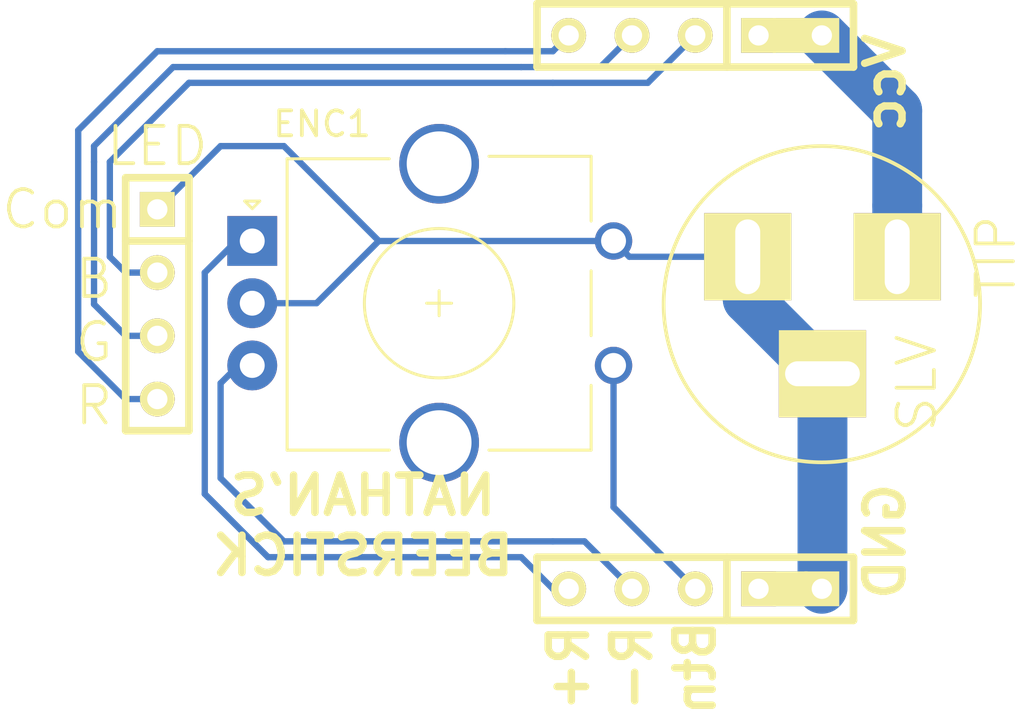
<source format=kicad_pcb>
(kicad_pcb (version 3) (host pcbnew "(22-Jun-2014 BZR 4027)-stable")

  (general
    (links 0)
    (no_connects 0)
    (area 170.688 100.838 208.44764 125.66)
    (thickness 1.6)
    (drawings 6)
    (tracks 58)
    (zones 0)
    (modules 5)
    (nets 1)
  )

  (page A3)
  (layers
    (15 F.Cu signal)
    (0 B.Cu signal)
    (16 B.Adhes user)
    (17 F.Adhes user)
    (18 B.Paste user)
    (19 F.Paste user)
    (20 B.SilkS user)
    (21 F.SilkS user)
    (22 B.Mask user)
    (23 F.Mask user)
    (24 Dwgs.User user)
    (25 Cmts.User user)
    (26 Eco1.User user)
    (27 Eco2.User user)
    (28 Edge.Cuts user)
  )

  (setup
    (last_trace_width 2)
    (user_trace_width 2)
    (trace_clearance 0.254)
    (zone_clearance 0.508)
    (zone_45_only no)
    (trace_min 0.254)
    (segment_width 0.2)
    (edge_width 0.15)
    (via_size 0.889)
    (via_drill 0.635)
    (via_min_size 0.889)
    (via_min_drill 0.508)
    (uvia_size 0.508)
    (uvia_drill 0.127)
    (uvias_allowed no)
    (uvia_min_size 0.508)
    (uvia_min_drill 0.127)
    (pcb_text_width 0.3)
    (pcb_text_size 1.5 1.5)
    (mod_edge_width 0.15)
    (mod_text_size 1.5 1.5)
    (mod_text_width 0.15)
    (pad_size 1.397 1.397)
    (pad_drill 0.45)
    (pad_to_mask_clearance 0.2)
    (aux_axis_origin 0 0)
    (visible_elements FFFFFFBF)
    (pcbplotparams
      (layerselection 3178497)
      (usegerberextensions true)
      (excludeedgelayer true)
      (linewidth 0.100000)
      (plotframeref false)
      (viasonmask false)
      (mode 1)
      (useauxorigin false)
      (hpglpennumber 1)
      (hpglpenspeed 20)
      (hpglpendiameter 15)
      (hpglpenoverlay 2)
      (psnegative false)
      (psa4output false)
      (plotreference true)
      (plotvalue true)
      (plotothertext true)
      (plotinvisibletext false)
      (padsonsilk false)
      (subtractmaskfromsilk false)
      (outputformat 1)
      (mirror false)
      (drillshape 1)
      (scaleselection 1)
      (outputdirectory ""))
  )

  (net 0 "")

  (net_class Default "This is the default net class."
    (clearance 0.254)
    (trace_width 0.254)
    (via_dia 0.889)
    (via_drill 0.635)
    (uvia_dia 0.508)
    (uvia_drill 0.127)
    (add_net "")
  )

  (module RotaryEncoder_Alps_EC11E_Vertical_H20mm_CircularMountingHoles (layer F.Cu) (tedit 5BF0AB17) (tstamp 5BF3645E)
    (at 177.8 109.22)
    (descr "Alps rotary encoder, EC12E... without switch (pins are dummy), vertical shaft, mounting holes with circular drills, http://www.alps.com/prod/info/E/HTML/Encoder/Incremental/EC11/EC11E15204A3.html")
    (tags "rotary encoder")
    (fp_text reference ENC1 (at 2.8 -4.7) (layer F.SilkS)
      (effects (font (size 1 1) (thickness 0.15)))
    )
    (fp_text value "" (at 0 0) (layer F.SilkS)
      (effects (font (size 1.524 1.524) (thickness 0.15)))
    )
    (fp_line (start 7 2.5) (end 8 2.5) (layer F.SilkS) (width 0.12))
    (fp_line (start 7.5 2) (end 7.5 3) (layer F.SilkS) (width 0.12))
    (fp_line (start 13.6 5.8) (end 13.6 8.4) (layer F.SilkS) (width 0.12))
    (fp_line (start 13.6 1.2) (end 13.6 3.8) (layer F.SilkS) (width 0.12))
    (fp_line (start 13.6 -3.4) (end 13.6 -0.8) (layer F.SilkS) (width 0.12))
    (fp_line (start 0.3 -1.6) (end 0 -1.3) (layer F.SilkS) (width 0.12))
    (fp_line (start -0.3 -1.6) (end 0.3 -1.6) (layer F.SilkS) (width 0.12))
    (fp_line (start 0 -1.3) (end -0.3 -1.6) (layer F.SilkS) (width 0.12))
    (fp_line (start 1.4 -3.3) (end 1.4 8.4) (layer F.SilkS) (width 0.12))
    (fp_line (start 5.5 -3.3) (end 1.4 -3.3) (layer F.SilkS) (width 0.12))
    (fp_line (start 5.5 8.4) (end 1.4 8.4) (layer F.SilkS) (width 0.12))
    (fp_line (start 13.6 8.4) (end 9.5 8.4) (layer F.SilkS) (width 0.12))
    (fp_line (start 9.5 -3.4) (end 13.6 -3.4) (layer F.SilkS) (width 0.12))
    (fp_circle (center 7.5 2.5) (end 10.5 2.5) (layer F.SilkS) (width 0.12))
    (pad "" thru_hole circle (at 14.5 5) (size 1.5 1.5) (drill 1)
      (layers *.Cu *.Mask)
    )
    (pad "" thru_hole circle (at 14.5 0) (size 1.5 1.5) (drill 1)
      (layers *.Cu *.Mask)
    )
    (pad MP thru_hole circle (at 7.5 8.1) (size 3.2 3.2) (drill 2.6)
      (layers *.Cu *.Mask)
    )
    (pad MP thru_hole circle (at 7.5 -3.1) (size 3.2 3.2) (drill 2.6)
      (layers *.Cu *.Mask)
    )
    (pad B thru_hole circle (at 0 5) (size 2 2) (drill 1)
      (layers *.Cu *.Mask)
    )
    (pad C thru_hole circle (at 0 2.5) (size 2 2) (drill 1)
      (layers *.Cu *.Mask)
    )
    (pad A thru_hole rect (at 0 0) (size 2 2) (drill 1)
      (layers *.Cu *.Mask)
    )
    (model ${KISYS3DMOD}/Rotary_Encoder.3dshapes/RotaryEncoder_Alps_EC11E_Vertical_H20mm_CircularMountingHoles.wrl
      (at (xyz 0 0 0))
      (scale (xyz 1 1 1))
      (rotate (xyz 0 0 0))
    )
  )

  (module BARREL_JACK_VERT (layer F.Cu) (tedit 5BF0A964) (tstamp 5BF4770C)
    (at 197.485 109.855)
    (descr "DC Barrel Jack")
    (tags "Power Jack")
    (path PWR-Jack)
    (fp_text reference "" (at 10.09904 0 90) (layer F.SilkS)
      (effects (font (size 1.016 1.016) (thickness 0.2032)))
    )
    (fp_text value BARREL_JACK (at 3.175 -5.08) (layer F.SilkS) hide
      (effects (font (size 1.016 1.016) (thickness 0.2032)))
    )
    (fp_text user TIP (at 10.16 0 90) (layer F.SilkS)
      (effects (font (size 1.5 1.5) (thickness 0.15)))
    )
    (fp_text user SLV (at 6.985 5.08 90) (layer F.SilkS)
      (effects (font (size 1.5 1.5) (thickness 0.15)))
    )
    (fp_circle (center 3.175 1.905) (end 8.255 5.715) (layer F.SilkS) (width 0.15))
    (pad 1 thru_hole rect (at 6.20014 0) (size 3.50012 3.50012) (drill oval 1.00076 2.99974)
      (layers *.Cu *.Mask F.SilkS)
    )
    (pad 2 thru_hole rect (at 0.20066 0) (size 3.50012 3.50012) (drill oval 1.00076 2.99974)
      (layers *.Cu *.Mask F.SilkS)
    )
    (pad 3 thru_hole rect (at 3.2004 4.699) (size 3.50012 3.50012) (drill oval 2.99974 1.00076)
      (layers *.Cu *.Mask F.SilkS)
    )
  )

  (module RGB_COMMON_LEAD_LED (layer F.Cu) (tedit 5BF0AC2F) (tstamp 5BF49C0B)
    (at 173.99 111.76 270)
    (descr "Connecteur 4 pibs")
    (tags "CONN DEV")
    (fp_text reference "" (at 0 -2.54 270) (layer F.SilkS)
      (effects (font (size 1.73482 1.08712) (thickness 0.27178)))
    )
    (fp_text value Val** (at 0 -2.54 270) (layer F.SilkS) hide
      (effects (font (size 1.524 1.016) (thickness 0.3048)))
    )
    (fp_text user Com (at -3.81 3.81 360) (layer F.SilkS)
      (effects (font (size 1.5 1.5) (thickness 0.15)))
    )
    (fp_text user B (at -1.016 2.54 360) (layer F.SilkS)
      (effects (font (size 1.5 1.5) (thickness 0.15)))
    )
    (fp_text user G (at 1.524 2.54 360) (layer F.SilkS)
      (effects (font (size 1.5 1.5) (thickness 0.15)))
    )
    (fp_text user R (at 4.064 2.54 360) (layer F.SilkS)
      (effects (font (size 1.5 1.5) (thickness 0.15)))
    )
    (fp_text user LED (at -6.35 0 360) (layer F.SilkS)
      (effects (font (size 1.5 1.5) (thickness 0.15)))
    )
    (fp_line (start -5.08 -1.27) (end -5.08 -1.27) (layer F.SilkS) (width 0.3048))
    (fp_line (start -5.08 1.27) (end -5.08 -1.27) (layer F.SilkS) (width 0.3048))
    (fp_line (start -5.08 -1.27) (end -5.08 -1.27) (layer F.SilkS) (width 0.3048))
    (fp_line (start -5.08 -1.27) (end 5.08 -1.27) (layer F.SilkS) (width 0.3048))
    (fp_line (start 5.08 -1.27) (end 5.08 1.27) (layer F.SilkS) (width 0.3048))
    (fp_line (start 5.08 1.27) (end -5.08 1.27) (layer F.SilkS) (width 0.3048))
    (fp_line (start -2.54 1.27) (end -2.54 -1.27) (layer F.SilkS) (width 0.3048))
    (pad 1 thru_hole rect (at -3.81 0 270) (size 1.397 1.397) (drill 0.8128)
      (layers *.Cu *.Mask F.SilkS)
    )
    (pad 2 thru_hole circle (at -1.27 0 270) (size 1.397 1.397) (drill 0.8128)
      (layers *.Cu *.Mask F.SilkS)
    )
    (pad 3 thru_hole circle (at 1.27 0 270) (size 1.397 1.397) (drill 0.8128)
      (layers *.Cu *.Mask F.SilkS)
    )
    (pad 4 thru_hole circle (at 3.81 0 270) (size 1.397 1.397) (drill 0.8128)
      (layers *.Cu *.Mask F.SilkS)
    )
  )

  (module SIL-5_3+2 (layer F.Cu) (tedit 5BF0B095) (tstamp 5BF4EF3A)
    (at 194.31 123.19 180)
    (descr "Connecteur 5 pins")
    (tags "CONN DEV")
    (fp_text reference "" (at -0.635 -2.54 180) (layer F.SilkS)
      (effects (font (size 1.72974 1.08712) (thickness 0.27178)))
    )
    (fp_text value Val** (at 0 -2.54 180) (layer F.SilkS) hide
      (effects (font (size 1.524 1.016) (thickness 0.3048)))
    )
    (fp_line (start -7.62 1.27) (end -7.62 -1.27) (layer F.SilkS) (width 0.3048))
    (fp_line (start -7.62 -1.27) (end 5.08 -1.27) (layer F.SilkS) (width 0.3048))
    (fp_line (start 5.08 -1.27) (end 5.08 1.27) (layer F.SilkS) (width 0.3048))
    (fp_line (start 5.08 1.27) (end -7.62 1.27) (layer F.SilkS) (width 0.3048))
    (fp_line (start -2.54 1.27) (end -2.54 -1.27) (layer F.SilkS) (width 0.3048))
    (pad 1 thru_hole rect (at -6.35 0 180) (size 1.397 1.397) (drill 0.8128)
      (layers *.Cu *.Mask F.SilkS)
    )
    (pad 2 thru_hole rect (at -3.81 0 180) (size 1.397 1.397) (drill 0.8128)
      (layers *.Cu *.Mask F.SilkS)
    )
    (pad 3 thru_hole circle (at -1.27 0 180) (size 1.397 1.397) (drill 0.8128)
      (layers *.Cu *.Mask F.SilkS)
    )
    (pad 4 thru_hole circle (at 1.27 0 180) (size 1.397 1.397) (drill 0.8128)
      (layers *.Cu *.Mask F.SilkS)
    )
    (pad 5 thru_hole circle (at 3.81 0 180) (size 1.397 1.397) (drill 0.8128)
      (layers *.Cu *.Mask F.SilkS)
    )
    (pad 3 smd rect (at -5.08 0 180) (size 1.397 1.397)
      (layers *.Mask B.Cu F.SilkS)
    )
  )

  (module SIL-5_3+2 (layer F.Cu) (tedit 5BF0B095) (tstamp 5BF4EF58)
    (at 194.31 100.965 180)
    (descr "Connecteur 5 pins")
    (tags "CONN DEV")
    (fp_text reference "" (at -0.635 -2.54 180) (layer F.SilkS)
      (effects (font (size 1.72974 1.08712) (thickness 0.27178)))
    )
    (fp_text value Val** (at 0 -2.54 180) (layer F.SilkS) hide
      (effects (font (size 1.524 1.016) (thickness 0.3048)))
    )
    (fp_line (start -7.62 1.27) (end -7.62 -1.27) (layer F.SilkS) (width 0.3048))
    (fp_line (start -7.62 -1.27) (end 5.08 -1.27) (layer F.SilkS) (width 0.3048))
    (fp_line (start 5.08 -1.27) (end 5.08 1.27) (layer F.SilkS) (width 0.3048))
    (fp_line (start 5.08 1.27) (end -7.62 1.27) (layer F.SilkS) (width 0.3048))
    (fp_line (start -2.54 1.27) (end -2.54 -1.27) (layer F.SilkS) (width 0.3048))
    (pad 1 thru_hole rect (at -6.35 0 180) (size 1.397 1.397) (drill 0.8128)
      (layers *.Cu *.Mask F.SilkS)
    )
    (pad 2 thru_hole rect (at -3.81 0 180) (size 1.397 1.397) (drill 0.8128)
      (layers *.Cu *.Mask F.SilkS)
    )
    (pad 3 thru_hole circle (at -1.27 0 180) (size 1.397 1.397) (drill 0.8128)
      (layers *.Cu *.Mask F.SilkS)
    )
    (pad 4 thru_hole circle (at 1.27 0 180) (size 1.397 1.397) (drill 0.8128)
      (layers *.Cu *.Mask F.SilkS)
    )
    (pad 5 thru_hole circle (at 3.81 0 180) (size 1.397 1.397) (drill 0.8128)
      (layers *.Cu *.Mask F.SilkS)
    )
    (pad 3 smd rect (at -5.08 0 180) (size 1.397 1.397)
      (layers *.Mask B.Cu F.SilkS)
    )
  )

  (gr_text "NATHAN'S\nBEERSTICK" (at 182.245 120.65) (layer F.SilkS)
    (effects (font (size 1.5 1.5) (thickness 0.3)) (justify mirror))
  )
  (gr_text Btn (at 195.58 126.365 90) (layer F.SilkS)
    (effects (font (size 1.5 1.5) (thickness 0.3)) (justify mirror))
  )
  (gr_text R- (at 193.04 126.365 90) (layer F.SilkS)
    (effects (font (size 1.5 1.5) (thickness 0.3)) (justify mirror))
  )
  (gr_text R+ (at 190.5 126.365 90) (layer F.SilkS)
    (effects (font (size 1.5 1.5) (thickness 0.3)) (justify mirror))
  )
  (gr_text Vcc (at 203.2 102.87 90) (layer F.SilkS)
    (effects (font (size 1.5 1.5) (thickness 0.3)) (justify mirror))
  )
  (gr_text GND (at 203.2 121.285 90) (layer F.SilkS)
    (effects (font (size 1.5 1.5) (thickness 0.3)) (justify mirror))
  )

  (segment (start 203.68514 107.80014) (end 203.68514 103.99014) (width 2) (layer B.Cu) (net 0))
  (segment (start 203.68514 109.855) (end 203.68514 107.80014) (width 2) (layer B.Cu) (net 0))
  (segment (start 203.68514 103.99014) (end 200.66 100.965) (width 2) (layer B.Cu) (net 0) (tstamp 5C343127))
  (segment (start 189.865 102.87) (end 193.675 102.87) (width 0.254) (layer B.Cu) (net 0))
  (segment (start 172.72 110.49) (end 172.085 109.855) (width 0.254) (layer B.Cu) (net 0) (tstamp 5BF4F036))
  (segment (start 172.085 109.855) (end 172.085 106.045) (width 0.254) (layer B.Cu) (net 0) (tstamp 5BF4F037))
  (segment (start 172.085 106.045) (end 175.26 102.87) (width 0.254) (layer B.Cu) (net 0) (tstamp 5BF4F038))
  (segment (start 175.26 102.87) (end 189.865 102.87) (width 0.254) (layer B.Cu) (net 0) (tstamp 5BF4F039))
  (segment (start 173.99 110.49) (end 172.72 110.49) (width 0.254) (layer B.Cu) (net 0))
  (segment (start 193.675 102.87) (end 195.58 100.965) (width 0.254) (layer B.Cu) (net 0) (tstamp 5C343122))
  (segment (start 188.595 102.235) (end 191.77 102.235) (width 0.254) (layer B.Cu) (net 0))
  (segment (start 172.72 113.03) (end 171.45 111.76) (width 0.254) (layer B.Cu) (net 0) (tstamp 5BF4F03C))
  (segment (start 171.45 111.76) (end 171.45 106.045) (width 0.254) (layer B.Cu) (net 0) (tstamp 5BF4F03D))
  (segment (start 171.45 106.045) (end 171.45 105.41) (width 0.254) (layer B.Cu) (net 0) (tstamp 5BF4F03E))
  (segment (start 171.45 105.41) (end 174.625 102.235) (width 0.254) (layer B.Cu) (net 0) (tstamp 5BF4F03F))
  (segment (start 174.625 102.235) (end 188.595 102.235) (width 0.254) (layer B.Cu) (net 0) (tstamp 5BF4F040))
  (segment (start 173.99 113.03) (end 172.72 113.03) (width 0.254) (layer B.Cu) (net 0))
  (segment (start 191.77 102.235) (end 193.04 100.965) (width 0.254) (layer B.Cu) (net 0) (tstamp 5C34311E))
  (segment (start 190.5 100.965) (end 189.865 101.6) (width 0.254) (layer B.Cu) (net 0))
  (segment (start 172.72 115.57) (end 170.815 113.665) (width 0.254) (layer B.Cu) (net 0) (tstamp 5BF4F046))
  (segment (start 170.815 113.665) (end 170.815 104.775) (width 0.254) (layer B.Cu) (net 0) (tstamp 5BF4F047))
  (segment (start 170.815 104.775) (end 173.99 101.6) (width 0.254) (layer B.Cu) (net 0) (tstamp 5BF4F048))
  (segment (start 173.99 101.6) (end 187.96 101.6) (width 0.254) (layer B.Cu) (net 0) (tstamp 5BF4F049))
  (segment (start 172.72 115.57) (end 173.99 115.57) (width 0.254) (layer B.Cu) (net 0))
  (segment (start 189.865 101.6) (end 187.96 101.6) (width 0.254) (layer B.Cu) (net 0) (tstamp 5C34311B))
  (segment (start 200.6854 114.554) (end 200.6854 123.1646) (width 2) (layer B.Cu) (net 0))
  (segment (start 200.6854 123.1646) (end 200.66 123.19) (width 2) (layer B.Cu) (net 0) (tstamp 5C343109))
  (segment (start 192.3 114.22) (end 192.3 119.91) (width 0.254) (layer B.Cu) (net 0))
  (segment (start 192.3 119.91) (end 195.58 123.19) (width 0.254) (layer B.Cu) (net 0) (tstamp 5C343103))
  (segment (start 193.04 123.19) (end 191.135 121.285) (width 0.254) (layer B.Cu) (net 0))
  (segment (start 187.96 121.285) (end 189.865 121.285) (width 0.254) (layer B.Cu) (net 0) (tstamp 5BF4EFDD))
  (segment (start 179.705 121.285) (end 187.96 121.285) (width 0.254) (layer B.Cu) (net 0) (tstamp 5BF4EFDC))
  (segment (start 179.07 121.285) (end 179.705 121.285) (width 0.254) (layer B.Cu) (net 0) (tstamp 5BF4EFDB))
  (segment (start 179.07 121.285) (end 177.165 119.38) (width 0.254) (layer B.Cu) (net 0) (tstamp 5BF4EFE7))
  (segment (start 191.135 121.285) (end 189.865 121.285) (width 0.254) (layer B.Cu) (net 0) (tstamp 5C3430FB))
  (segment (start 190.5 123.19) (end 189.865 123.19) (width 0.254) (layer B.Cu) (net 0))
  (segment (start 178.435 121.92) (end 188.595 121.92) (width 0.254) (layer B.Cu) (net 0) (tstamp 5BF4F09B))
  (segment (start 177.165 109.22) (end 177.8 109.22) (width 0.254) (layer B.Cu) (net 0))
  (segment (start 175.895 110.49) (end 175.895 119.38) (width 0.254) (layer B.Cu) (net 0) (tstamp 5BF4EFC2))
  (segment (start 177.165 109.22) (end 175.895 110.49) (width 0.254) (layer B.Cu) (net 0) (tstamp 5BF4EFC1))
  (segment (start 175.895 119.38) (end 178.435 121.92) (width 0.254) (layer B.Cu) (net 0))
  (segment (start 189.865 123.19) (end 188.595 121.92) (width 0.254) (layer B.Cu) (net 0) (tstamp 5C3430F8))
  (segment (start 197.68566 109.855) (end 192.935 109.855) (width 0.254) (layer B.Cu) (net 0))
  (segment (start 192.935 109.855) (end 192.3 109.22) (width 0.254) (layer B.Cu) (net 0) (tstamp 5BFA0B39))
  (segment (start 192.3 109.22) (end 182.88 109.22) (width 0.254) (layer B.Cu) (net 0) (tstamp 5BFA0B3B))
  (segment (start 177.8 111.72) (end 180.38 111.72) (width 0.254) (layer B.Cu) (net 0))
  (segment (start 180.38 111.72) (end 182.88 109.22) (width 0.254) (layer B.Cu) (net 0) (tstamp 5BFA0B13))
  (segment (start 173.99 107.95) (end 176.53 105.41) (width 0.254) (layer B.Cu) (net 0))
  (segment (start 197.05066 109.22) (end 197.68566 109.855) (width 0.254) (layer B.Cu) (net 0) (tstamp 5BFA0B0E))
  (segment (start 179.07 105.41) (end 182.88 109.22) (width 0.254) (layer B.Cu) (net 0) (tstamp 5BFA0B05))
  (segment (start 176.53 105.41) (end 179.07 105.41) (width 0.254) (layer B.Cu) (net 0) (tstamp 5BFA0B03))
  (segment (start 197.68566 109.855) (end 197.68566 111.55426) (width 2) (layer B.Cu) (net 0))
  (segment (start 197.68566 111.55426) (end 200.6854 114.554) (width 2) (layer B.Cu) (net 0) (tstamp 5BFA0AD1))
  (segment (start 177.165 119.38) (end 176.53 118.745) (width 0.254) (layer B.Cu) (net 0))
  (segment (start 177.245 114.22) (end 177.8 114.22) (width 0.254) (layer B.Cu) (net 0) (tstamp 5BF4EFEB))
  (segment (start 176.53 114.935) (end 177.245 114.22) (width 0.254) (layer B.Cu) (net 0) (tstamp 5BF4EFEA))
  (segment (start 176.53 118.745) (end 176.53 114.935) (width 0.254) (layer B.Cu) (net 0) (tstamp 5BF4EFE9))
  (segment (start 177.085 119.3) (end 177.165 119.38) (width 0.254) (layer B.Cu) (net 0) (tstamp 5BF4EFDA))

)

</source>
